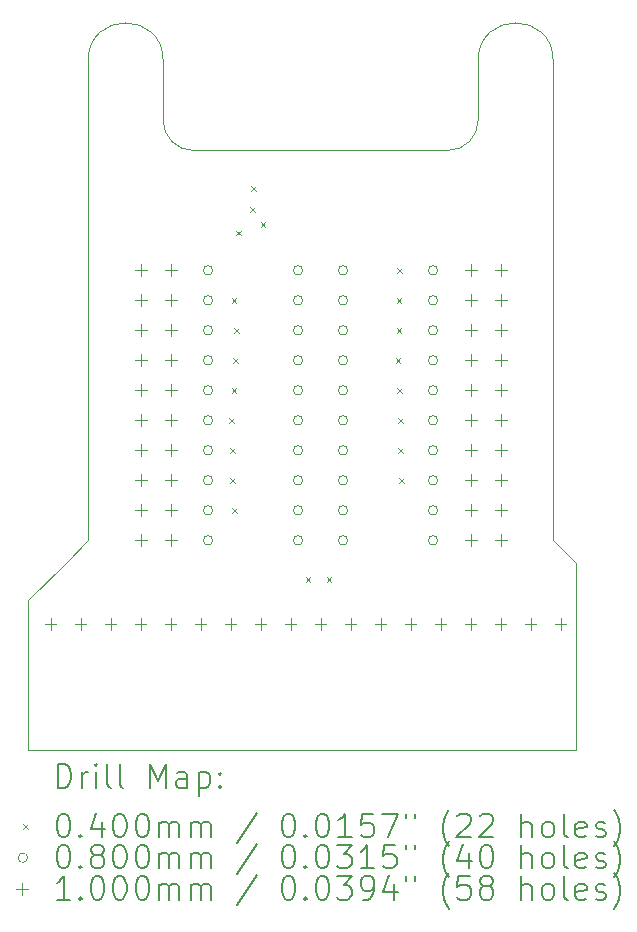
<source format=gbr>
%FSLAX45Y45*%
G04 Gerber Fmt 4.5, Leading zero omitted, Abs format (unit mm)*
G04 Created by KiCad (PCBNEW (6.0.0)) date 2022-03-13 18:38:00*
%MOMM*%
%LPD*%
G01*
G04 APERTURE LIST*
%TA.AperFunction,Profile*%
%ADD10C,0.100000*%
%TD*%
%ADD11C,0.200000*%
%ADD12C,0.040000*%
%ADD13C,0.080000*%
%ADD14C,0.100000*%
G04 APERTURE END LIST*
D10*
X13906500Y-11176000D02*
X14097000Y-11366500D01*
X13906500Y-7112000D02*
G75*
G03*
X13271500Y-7112000I-317500J0D01*
G01*
X13017500Y-7874000D02*
G75*
G03*
X13271500Y-7620000I0J254000D01*
G01*
X9461500Y-11684000D02*
X9461500Y-12954000D01*
X10604500Y-7620000D02*
G75*
G03*
X10858500Y-7874000I254000J0D01*
G01*
X9969500Y-11176000D02*
X9779000Y-11366500D01*
X13271500Y-7620000D02*
X13271500Y-7112000D01*
X9779000Y-11366500D02*
X9461500Y-11684000D01*
X10604500Y-7112000D02*
G75*
G03*
X9969500Y-7112000I-317500J0D01*
G01*
X14097000Y-12954000D02*
X14097000Y-11366500D01*
X13906500Y-11176000D02*
X13906500Y-7112000D01*
X9969500Y-7112000D02*
X9969500Y-11176000D01*
X10604500Y-7620000D02*
X10604500Y-7112000D01*
X9461500Y-12954000D02*
X14097000Y-12954000D01*
X13017500Y-7874000D02*
X10858500Y-7874000D01*
D11*
D12*
X11163620Y-10140000D02*
X11203620Y-10180000D01*
X11203620Y-10140000D02*
X11163620Y-10180000D01*
X11168700Y-10648000D02*
X11208700Y-10688000D01*
X11208700Y-10648000D02*
X11168700Y-10688000D01*
X11173780Y-10394000D02*
X11213780Y-10434000D01*
X11213780Y-10394000D02*
X11173780Y-10434000D01*
X11183940Y-9124000D02*
X11223940Y-9164000D01*
X11223940Y-9124000D02*
X11183940Y-9164000D01*
X11183940Y-9886000D02*
X11223940Y-9926000D01*
X11223940Y-9886000D02*
X11183940Y-9926000D01*
X11186480Y-10902000D02*
X11226480Y-10942000D01*
X11226480Y-10902000D02*
X11186480Y-10942000D01*
X11196640Y-9632000D02*
X11236640Y-9672000D01*
X11236640Y-9632000D02*
X11196640Y-9672000D01*
X11204260Y-9378000D02*
X11244260Y-9418000D01*
X11244260Y-9378000D02*
X11204260Y-9418000D01*
X11219500Y-8552500D02*
X11259500Y-8592500D01*
X11259500Y-8552500D02*
X11219500Y-8592500D01*
X11343960Y-8351840D02*
X11383960Y-8391840D01*
X11383960Y-8351840D02*
X11343960Y-8391840D01*
X11351580Y-8176580D02*
X11391580Y-8216580D01*
X11391580Y-8176580D02*
X11351580Y-8216580D01*
X11429111Y-8480049D02*
X11469111Y-8520049D01*
X11469111Y-8480049D02*
X11429111Y-8520049D01*
X11811320Y-11488740D02*
X11851320Y-11528740D01*
X11851320Y-11488740D02*
X11811320Y-11528740D01*
X11989120Y-11488740D02*
X12029120Y-11528740D01*
X12029120Y-11488740D02*
X11989120Y-11528740D01*
X12573320Y-9632000D02*
X12613320Y-9672000D01*
X12613320Y-9632000D02*
X12573320Y-9672000D01*
X12580940Y-9124000D02*
X12620940Y-9164000D01*
X12620940Y-9124000D02*
X12580940Y-9164000D01*
X12580940Y-9378000D02*
X12620940Y-9418000D01*
X12620940Y-9378000D02*
X12580940Y-9418000D01*
X12586020Y-9886000D02*
X12626020Y-9926000D01*
X12626020Y-9886000D02*
X12586020Y-9926000D01*
X12588560Y-8870000D02*
X12628560Y-8910000D01*
X12628560Y-8870000D02*
X12588560Y-8910000D01*
X12593640Y-10140000D02*
X12633640Y-10180000D01*
X12633640Y-10140000D02*
X12593640Y-10180000D01*
X12593640Y-10394000D02*
X12633640Y-10434000D01*
X12633640Y-10394000D02*
X12593640Y-10434000D01*
X12603800Y-10648000D02*
X12643800Y-10688000D01*
X12643800Y-10648000D02*
X12603800Y-10688000D01*
D13*
X11024500Y-8889500D02*
G75*
G03*
X11024500Y-8889500I-40000J0D01*
G01*
X11024500Y-9143500D02*
G75*
G03*
X11024500Y-9143500I-40000J0D01*
G01*
X11024500Y-9397500D02*
G75*
G03*
X11024500Y-9397500I-40000J0D01*
G01*
X11024500Y-9651500D02*
G75*
G03*
X11024500Y-9651500I-40000J0D01*
G01*
X11024500Y-9905500D02*
G75*
G03*
X11024500Y-9905500I-40000J0D01*
G01*
X11024500Y-10159500D02*
G75*
G03*
X11024500Y-10159500I-40000J0D01*
G01*
X11024500Y-10413500D02*
G75*
G03*
X11024500Y-10413500I-40000J0D01*
G01*
X11024500Y-10667500D02*
G75*
G03*
X11024500Y-10667500I-40000J0D01*
G01*
X11024500Y-10921500D02*
G75*
G03*
X11024500Y-10921500I-40000J0D01*
G01*
X11024500Y-11175500D02*
G75*
G03*
X11024500Y-11175500I-40000J0D01*
G01*
X11786500Y-8889500D02*
G75*
G03*
X11786500Y-8889500I-40000J0D01*
G01*
X11786500Y-9143500D02*
G75*
G03*
X11786500Y-9143500I-40000J0D01*
G01*
X11786500Y-9397500D02*
G75*
G03*
X11786500Y-9397500I-40000J0D01*
G01*
X11786500Y-9651500D02*
G75*
G03*
X11786500Y-9651500I-40000J0D01*
G01*
X11786500Y-9905500D02*
G75*
G03*
X11786500Y-9905500I-40000J0D01*
G01*
X11786500Y-10159500D02*
G75*
G03*
X11786500Y-10159500I-40000J0D01*
G01*
X11786500Y-10413500D02*
G75*
G03*
X11786500Y-10413500I-40000J0D01*
G01*
X11786500Y-10667500D02*
G75*
G03*
X11786500Y-10667500I-40000J0D01*
G01*
X11786500Y-10921500D02*
G75*
G03*
X11786500Y-10921500I-40000J0D01*
G01*
X11786500Y-11175500D02*
G75*
G03*
X11786500Y-11175500I-40000J0D01*
G01*
X12167500Y-8889500D02*
G75*
G03*
X12167500Y-8889500I-40000J0D01*
G01*
X12167500Y-9143500D02*
G75*
G03*
X12167500Y-9143500I-40000J0D01*
G01*
X12167500Y-9397500D02*
G75*
G03*
X12167500Y-9397500I-40000J0D01*
G01*
X12167500Y-9651500D02*
G75*
G03*
X12167500Y-9651500I-40000J0D01*
G01*
X12167500Y-9905500D02*
G75*
G03*
X12167500Y-9905500I-40000J0D01*
G01*
X12167500Y-10159500D02*
G75*
G03*
X12167500Y-10159500I-40000J0D01*
G01*
X12167500Y-10413500D02*
G75*
G03*
X12167500Y-10413500I-40000J0D01*
G01*
X12167500Y-10667500D02*
G75*
G03*
X12167500Y-10667500I-40000J0D01*
G01*
X12167500Y-10921500D02*
G75*
G03*
X12167500Y-10921500I-40000J0D01*
G01*
X12167500Y-11175500D02*
G75*
G03*
X12167500Y-11175500I-40000J0D01*
G01*
X12929500Y-8889500D02*
G75*
G03*
X12929500Y-8889500I-40000J0D01*
G01*
X12929500Y-9143500D02*
G75*
G03*
X12929500Y-9143500I-40000J0D01*
G01*
X12929500Y-9397500D02*
G75*
G03*
X12929500Y-9397500I-40000J0D01*
G01*
X12929500Y-9651500D02*
G75*
G03*
X12929500Y-9651500I-40000J0D01*
G01*
X12929500Y-9905500D02*
G75*
G03*
X12929500Y-9905500I-40000J0D01*
G01*
X12929500Y-10159500D02*
G75*
G03*
X12929500Y-10159500I-40000J0D01*
G01*
X12929500Y-10413500D02*
G75*
G03*
X12929500Y-10413500I-40000J0D01*
G01*
X12929500Y-10667500D02*
G75*
G03*
X12929500Y-10667500I-40000J0D01*
G01*
X12929500Y-10921500D02*
G75*
G03*
X12929500Y-10921500I-40000J0D01*
G01*
X12929500Y-11175500D02*
G75*
G03*
X12929500Y-11175500I-40000J0D01*
G01*
D14*
X9651000Y-11831500D02*
X9651000Y-11931500D01*
X9601000Y-11881500D02*
X9701000Y-11881500D01*
X9905000Y-11831500D02*
X9905000Y-11931500D01*
X9855000Y-11881500D02*
X9955000Y-11881500D01*
X10159000Y-11831500D02*
X10159000Y-11931500D01*
X10109000Y-11881500D02*
X10209000Y-11881500D01*
X10413000Y-11831500D02*
X10413000Y-11931500D01*
X10363000Y-11881500D02*
X10463000Y-11881500D01*
X10414000Y-8840000D02*
X10414000Y-8940000D01*
X10364000Y-8890000D02*
X10464000Y-8890000D01*
X10414000Y-9094000D02*
X10414000Y-9194000D01*
X10364000Y-9144000D02*
X10464000Y-9144000D01*
X10414000Y-9348000D02*
X10414000Y-9448000D01*
X10364000Y-9398000D02*
X10464000Y-9398000D01*
X10414000Y-9602000D02*
X10414000Y-9702000D01*
X10364000Y-9652000D02*
X10464000Y-9652000D01*
X10414000Y-9856000D02*
X10414000Y-9956000D01*
X10364000Y-9906000D02*
X10464000Y-9906000D01*
X10414000Y-10110000D02*
X10414000Y-10210000D01*
X10364000Y-10160000D02*
X10464000Y-10160000D01*
X10414000Y-10364000D02*
X10414000Y-10464000D01*
X10364000Y-10414000D02*
X10464000Y-10414000D01*
X10414000Y-10618000D02*
X10414000Y-10718000D01*
X10364000Y-10668000D02*
X10464000Y-10668000D01*
X10414000Y-10872000D02*
X10414000Y-10972000D01*
X10364000Y-10922000D02*
X10464000Y-10922000D01*
X10414000Y-11126000D02*
X10414000Y-11226000D01*
X10364000Y-11176000D02*
X10464000Y-11176000D01*
X10667000Y-11831500D02*
X10667000Y-11931500D01*
X10617000Y-11881500D02*
X10717000Y-11881500D01*
X10668000Y-8840000D02*
X10668000Y-8940000D01*
X10618000Y-8890000D02*
X10718000Y-8890000D01*
X10668000Y-9094000D02*
X10668000Y-9194000D01*
X10618000Y-9144000D02*
X10718000Y-9144000D01*
X10668000Y-9348000D02*
X10668000Y-9448000D01*
X10618000Y-9398000D02*
X10718000Y-9398000D01*
X10668000Y-9602000D02*
X10668000Y-9702000D01*
X10618000Y-9652000D02*
X10718000Y-9652000D01*
X10668000Y-9856000D02*
X10668000Y-9956000D01*
X10618000Y-9906000D02*
X10718000Y-9906000D01*
X10668000Y-10110000D02*
X10668000Y-10210000D01*
X10618000Y-10160000D02*
X10718000Y-10160000D01*
X10668000Y-10364000D02*
X10668000Y-10464000D01*
X10618000Y-10414000D02*
X10718000Y-10414000D01*
X10668000Y-10618000D02*
X10668000Y-10718000D01*
X10618000Y-10668000D02*
X10718000Y-10668000D01*
X10668000Y-10872000D02*
X10668000Y-10972000D01*
X10618000Y-10922000D02*
X10718000Y-10922000D01*
X10668000Y-11126000D02*
X10668000Y-11226000D01*
X10618000Y-11176000D02*
X10718000Y-11176000D01*
X10921000Y-11831500D02*
X10921000Y-11931500D01*
X10871000Y-11881500D02*
X10971000Y-11881500D01*
X11175000Y-11831500D02*
X11175000Y-11931500D01*
X11125000Y-11881500D02*
X11225000Y-11881500D01*
X11429000Y-11831500D02*
X11429000Y-11931500D01*
X11379000Y-11881500D02*
X11479000Y-11881500D01*
X11683000Y-11831500D02*
X11683000Y-11931500D01*
X11633000Y-11881500D02*
X11733000Y-11881500D01*
X11937000Y-11831500D02*
X11937000Y-11931500D01*
X11887000Y-11881500D02*
X11987000Y-11881500D01*
X12191000Y-11831500D02*
X12191000Y-11931500D01*
X12141000Y-11881500D02*
X12241000Y-11881500D01*
X12445000Y-11831500D02*
X12445000Y-11931500D01*
X12395000Y-11881500D02*
X12495000Y-11881500D01*
X12699000Y-11831500D02*
X12699000Y-11931500D01*
X12649000Y-11881500D02*
X12749000Y-11881500D01*
X12953000Y-11831500D02*
X12953000Y-11931500D01*
X12903000Y-11881500D02*
X13003000Y-11881500D01*
X13207000Y-11831500D02*
X13207000Y-11931500D01*
X13157000Y-11881500D02*
X13257000Y-11881500D01*
X13208000Y-8840000D02*
X13208000Y-8940000D01*
X13158000Y-8890000D02*
X13258000Y-8890000D01*
X13208000Y-9094000D02*
X13208000Y-9194000D01*
X13158000Y-9144000D02*
X13258000Y-9144000D01*
X13208000Y-9348000D02*
X13208000Y-9448000D01*
X13158000Y-9398000D02*
X13258000Y-9398000D01*
X13208000Y-9602000D02*
X13208000Y-9702000D01*
X13158000Y-9652000D02*
X13258000Y-9652000D01*
X13208000Y-9856000D02*
X13208000Y-9956000D01*
X13158000Y-9906000D02*
X13258000Y-9906000D01*
X13208000Y-10110000D02*
X13208000Y-10210000D01*
X13158000Y-10160000D02*
X13258000Y-10160000D01*
X13208000Y-10364000D02*
X13208000Y-10464000D01*
X13158000Y-10414000D02*
X13258000Y-10414000D01*
X13208000Y-10618000D02*
X13208000Y-10718000D01*
X13158000Y-10668000D02*
X13258000Y-10668000D01*
X13208000Y-10872000D02*
X13208000Y-10972000D01*
X13158000Y-10922000D02*
X13258000Y-10922000D01*
X13208000Y-11126000D02*
X13208000Y-11226000D01*
X13158000Y-11176000D02*
X13258000Y-11176000D01*
X13461000Y-11831500D02*
X13461000Y-11931500D01*
X13411000Y-11881500D02*
X13511000Y-11881500D01*
X13462000Y-8840000D02*
X13462000Y-8940000D01*
X13412000Y-8890000D02*
X13512000Y-8890000D01*
X13462000Y-9094000D02*
X13462000Y-9194000D01*
X13412000Y-9144000D02*
X13512000Y-9144000D01*
X13462000Y-9348000D02*
X13462000Y-9448000D01*
X13412000Y-9398000D02*
X13512000Y-9398000D01*
X13462000Y-9602000D02*
X13462000Y-9702000D01*
X13412000Y-9652000D02*
X13512000Y-9652000D01*
X13462000Y-9856000D02*
X13462000Y-9956000D01*
X13412000Y-9906000D02*
X13512000Y-9906000D01*
X13462000Y-10110000D02*
X13462000Y-10210000D01*
X13412000Y-10160000D02*
X13512000Y-10160000D01*
X13462000Y-10364000D02*
X13462000Y-10464000D01*
X13412000Y-10414000D02*
X13512000Y-10414000D01*
X13462000Y-10618000D02*
X13462000Y-10718000D01*
X13412000Y-10668000D02*
X13512000Y-10668000D01*
X13462000Y-10872000D02*
X13462000Y-10972000D01*
X13412000Y-10922000D02*
X13512000Y-10922000D01*
X13462000Y-11126000D02*
X13462000Y-11226000D01*
X13412000Y-11176000D02*
X13512000Y-11176000D01*
X13715000Y-11831500D02*
X13715000Y-11931500D01*
X13665000Y-11881500D02*
X13765000Y-11881500D01*
X13969000Y-11831500D02*
X13969000Y-11931500D01*
X13919000Y-11881500D02*
X14019000Y-11881500D01*
D11*
X9714119Y-13269476D02*
X9714119Y-13069476D01*
X9761738Y-13069476D01*
X9790310Y-13079000D01*
X9809357Y-13098048D01*
X9818881Y-13117095D01*
X9828405Y-13155190D01*
X9828405Y-13183762D01*
X9818881Y-13221857D01*
X9809357Y-13240905D01*
X9790310Y-13259952D01*
X9761738Y-13269476D01*
X9714119Y-13269476D01*
X9914119Y-13269476D02*
X9914119Y-13136143D01*
X9914119Y-13174238D02*
X9923643Y-13155190D01*
X9933167Y-13145667D01*
X9952214Y-13136143D01*
X9971262Y-13136143D01*
X10037929Y-13269476D02*
X10037929Y-13136143D01*
X10037929Y-13069476D02*
X10028405Y-13079000D01*
X10037929Y-13088524D01*
X10047452Y-13079000D01*
X10037929Y-13069476D01*
X10037929Y-13088524D01*
X10161738Y-13269476D02*
X10142690Y-13259952D01*
X10133167Y-13240905D01*
X10133167Y-13069476D01*
X10266500Y-13269476D02*
X10247452Y-13259952D01*
X10237929Y-13240905D01*
X10237929Y-13069476D01*
X10495071Y-13269476D02*
X10495071Y-13069476D01*
X10561738Y-13212333D01*
X10628405Y-13069476D01*
X10628405Y-13269476D01*
X10809357Y-13269476D02*
X10809357Y-13164714D01*
X10799833Y-13145667D01*
X10780786Y-13136143D01*
X10742690Y-13136143D01*
X10723643Y-13145667D01*
X10809357Y-13259952D02*
X10790310Y-13269476D01*
X10742690Y-13269476D01*
X10723643Y-13259952D01*
X10714119Y-13240905D01*
X10714119Y-13221857D01*
X10723643Y-13202809D01*
X10742690Y-13193286D01*
X10790310Y-13193286D01*
X10809357Y-13183762D01*
X10904595Y-13136143D02*
X10904595Y-13336143D01*
X10904595Y-13145667D02*
X10923643Y-13136143D01*
X10961738Y-13136143D01*
X10980786Y-13145667D01*
X10990310Y-13155190D01*
X10999833Y-13174238D01*
X10999833Y-13231381D01*
X10990310Y-13250428D01*
X10980786Y-13259952D01*
X10961738Y-13269476D01*
X10923643Y-13269476D01*
X10904595Y-13259952D01*
X11085548Y-13250428D02*
X11095071Y-13259952D01*
X11085548Y-13269476D01*
X11076024Y-13259952D01*
X11085548Y-13250428D01*
X11085548Y-13269476D01*
X11085548Y-13145667D02*
X11095071Y-13155190D01*
X11085548Y-13164714D01*
X11076024Y-13155190D01*
X11085548Y-13145667D01*
X11085548Y-13164714D01*
D12*
X9416500Y-13579000D02*
X9456500Y-13619000D01*
X9456500Y-13579000D02*
X9416500Y-13619000D01*
D11*
X9752214Y-13489476D02*
X9771262Y-13489476D01*
X9790310Y-13499000D01*
X9799833Y-13508524D01*
X9809357Y-13527571D01*
X9818881Y-13565667D01*
X9818881Y-13613286D01*
X9809357Y-13651381D01*
X9799833Y-13670428D01*
X9790310Y-13679952D01*
X9771262Y-13689476D01*
X9752214Y-13689476D01*
X9733167Y-13679952D01*
X9723643Y-13670428D01*
X9714119Y-13651381D01*
X9704595Y-13613286D01*
X9704595Y-13565667D01*
X9714119Y-13527571D01*
X9723643Y-13508524D01*
X9733167Y-13499000D01*
X9752214Y-13489476D01*
X9904595Y-13670428D02*
X9914119Y-13679952D01*
X9904595Y-13689476D01*
X9895071Y-13679952D01*
X9904595Y-13670428D01*
X9904595Y-13689476D01*
X10085548Y-13556143D02*
X10085548Y-13689476D01*
X10037929Y-13479952D02*
X9990310Y-13622809D01*
X10114119Y-13622809D01*
X10228405Y-13489476D02*
X10247452Y-13489476D01*
X10266500Y-13499000D01*
X10276024Y-13508524D01*
X10285548Y-13527571D01*
X10295071Y-13565667D01*
X10295071Y-13613286D01*
X10285548Y-13651381D01*
X10276024Y-13670428D01*
X10266500Y-13679952D01*
X10247452Y-13689476D01*
X10228405Y-13689476D01*
X10209357Y-13679952D01*
X10199833Y-13670428D01*
X10190310Y-13651381D01*
X10180786Y-13613286D01*
X10180786Y-13565667D01*
X10190310Y-13527571D01*
X10199833Y-13508524D01*
X10209357Y-13499000D01*
X10228405Y-13489476D01*
X10418881Y-13489476D02*
X10437929Y-13489476D01*
X10456976Y-13499000D01*
X10466500Y-13508524D01*
X10476024Y-13527571D01*
X10485548Y-13565667D01*
X10485548Y-13613286D01*
X10476024Y-13651381D01*
X10466500Y-13670428D01*
X10456976Y-13679952D01*
X10437929Y-13689476D01*
X10418881Y-13689476D01*
X10399833Y-13679952D01*
X10390310Y-13670428D01*
X10380786Y-13651381D01*
X10371262Y-13613286D01*
X10371262Y-13565667D01*
X10380786Y-13527571D01*
X10390310Y-13508524D01*
X10399833Y-13499000D01*
X10418881Y-13489476D01*
X10571262Y-13689476D02*
X10571262Y-13556143D01*
X10571262Y-13575190D02*
X10580786Y-13565667D01*
X10599833Y-13556143D01*
X10628405Y-13556143D01*
X10647452Y-13565667D01*
X10656976Y-13584714D01*
X10656976Y-13689476D01*
X10656976Y-13584714D02*
X10666500Y-13565667D01*
X10685548Y-13556143D01*
X10714119Y-13556143D01*
X10733167Y-13565667D01*
X10742690Y-13584714D01*
X10742690Y-13689476D01*
X10837929Y-13689476D02*
X10837929Y-13556143D01*
X10837929Y-13575190D02*
X10847452Y-13565667D01*
X10866500Y-13556143D01*
X10895071Y-13556143D01*
X10914119Y-13565667D01*
X10923643Y-13584714D01*
X10923643Y-13689476D01*
X10923643Y-13584714D02*
X10933167Y-13565667D01*
X10952214Y-13556143D01*
X10980786Y-13556143D01*
X10999833Y-13565667D01*
X11009357Y-13584714D01*
X11009357Y-13689476D01*
X11399833Y-13479952D02*
X11228405Y-13737095D01*
X11656976Y-13489476D02*
X11676024Y-13489476D01*
X11695071Y-13499000D01*
X11704595Y-13508524D01*
X11714119Y-13527571D01*
X11723643Y-13565667D01*
X11723643Y-13613286D01*
X11714119Y-13651381D01*
X11704595Y-13670428D01*
X11695071Y-13679952D01*
X11676024Y-13689476D01*
X11656976Y-13689476D01*
X11637928Y-13679952D01*
X11628405Y-13670428D01*
X11618881Y-13651381D01*
X11609357Y-13613286D01*
X11609357Y-13565667D01*
X11618881Y-13527571D01*
X11628405Y-13508524D01*
X11637928Y-13499000D01*
X11656976Y-13489476D01*
X11809357Y-13670428D02*
X11818881Y-13679952D01*
X11809357Y-13689476D01*
X11799833Y-13679952D01*
X11809357Y-13670428D01*
X11809357Y-13689476D01*
X11942690Y-13489476D02*
X11961738Y-13489476D01*
X11980786Y-13499000D01*
X11990309Y-13508524D01*
X11999833Y-13527571D01*
X12009357Y-13565667D01*
X12009357Y-13613286D01*
X11999833Y-13651381D01*
X11990309Y-13670428D01*
X11980786Y-13679952D01*
X11961738Y-13689476D01*
X11942690Y-13689476D01*
X11923643Y-13679952D01*
X11914119Y-13670428D01*
X11904595Y-13651381D01*
X11895071Y-13613286D01*
X11895071Y-13565667D01*
X11904595Y-13527571D01*
X11914119Y-13508524D01*
X11923643Y-13499000D01*
X11942690Y-13489476D01*
X12199833Y-13689476D02*
X12085548Y-13689476D01*
X12142690Y-13689476D02*
X12142690Y-13489476D01*
X12123643Y-13518048D01*
X12104595Y-13537095D01*
X12085548Y-13546619D01*
X12380786Y-13489476D02*
X12285548Y-13489476D01*
X12276024Y-13584714D01*
X12285548Y-13575190D01*
X12304595Y-13565667D01*
X12352214Y-13565667D01*
X12371262Y-13575190D01*
X12380786Y-13584714D01*
X12390309Y-13603762D01*
X12390309Y-13651381D01*
X12380786Y-13670428D01*
X12371262Y-13679952D01*
X12352214Y-13689476D01*
X12304595Y-13689476D01*
X12285548Y-13679952D01*
X12276024Y-13670428D01*
X12456976Y-13489476D02*
X12590309Y-13489476D01*
X12504595Y-13689476D01*
X12656976Y-13489476D02*
X12656976Y-13527571D01*
X12733167Y-13489476D02*
X12733167Y-13527571D01*
X13028405Y-13765667D02*
X13018881Y-13756143D01*
X12999833Y-13727571D01*
X12990309Y-13708524D01*
X12980786Y-13679952D01*
X12971262Y-13632333D01*
X12971262Y-13594238D01*
X12980786Y-13546619D01*
X12990309Y-13518048D01*
X12999833Y-13499000D01*
X13018881Y-13470428D01*
X13028405Y-13460905D01*
X13095071Y-13508524D02*
X13104595Y-13499000D01*
X13123643Y-13489476D01*
X13171262Y-13489476D01*
X13190309Y-13499000D01*
X13199833Y-13508524D01*
X13209357Y-13527571D01*
X13209357Y-13546619D01*
X13199833Y-13575190D01*
X13085548Y-13689476D01*
X13209357Y-13689476D01*
X13285548Y-13508524D02*
X13295071Y-13499000D01*
X13314119Y-13489476D01*
X13361738Y-13489476D01*
X13380786Y-13499000D01*
X13390309Y-13508524D01*
X13399833Y-13527571D01*
X13399833Y-13546619D01*
X13390309Y-13575190D01*
X13276024Y-13689476D01*
X13399833Y-13689476D01*
X13637928Y-13689476D02*
X13637928Y-13489476D01*
X13723643Y-13689476D02*
X13723643Y-13584714D01*
X13714119Y-13565667D01*
X13695071Y-13556143D01*
X13666500Y-13556143D01*
X13647452Y-13565667D01*
X13637928Y-13575190D01*
X13847452Y-13689476D02*
X13828405Y-13679952D01*
X13818881Y-13670428D01*
X13809357Y-13651381D01*
X13809357Y-13594238D01*
X13818881Y-13575190D01*
X13828405Y-13565667D01*
X13847452Y-13556143D01*
X13876024Y-13556143D01*
X13895071Y-13565667D01*
X13904595Y-13575190D01*
X13914119Y-13594238D01*
X13914119Y-13651381D01*
X13904595Y-13670428D01*
X13895071Y-13679952D01*
X13876024Y-13689476D01*
X13847452Y-13689476D01*
X14028405Y-13689476D02*
X14009357Y-13679952D01*
X13999833Y-13660905D01*
X13999833Y-13489476D01*
X14180786Y-13679952D02*
X14161738Y-13689476D01*
X14123643Y-13689476D01*
X14104595Y-13679952D01*
X14095071Y-13660905D01*
X14095071Y-13584714D01*
X14104595Y-13565667D01*
X14123643Y-13556143D01*
X14161738Y-13556143D01*
X14180786Y-13565667D01*
X14190309Y-13584714D01*
X14190309Y-13603762D01*
X14095071Y-13622809D01*
X14266500Y-13679952D02*
X14285548Y-13689476D01*
X14323643Y-13689476D01*
X14342690Y-13679952D01*
X14352214Y-13660905D01*
X14352214Y-13651381D01*
X14342690Y-13632333D01*
X14323643Y-13622809D01*
X14295071Y-13622809D01*
X14276024Y-13613286D01*
X14266500Y-13594238D01*
X14266500Y-13584714D01*
X14276024Y-13565667D01*
X14295071Y-13556143D01*
X14323643Y-13556143D01*
X14342690Y-13565667D01*
X14418881Y-13765667D02*
X14428405Y-13756143D01*
X14447452Y-13727571D01*
X14456976Y-13708524D01*
X14466500Y-13679952D01*
X14476024Y-13632333D01*
X14476024Y-13594238D01*
X14466500Y-13546619D01*
X14456976Y-13518048D01*
X14447452Y-13499000D01*
X14428405Y-13470428D01*
X14418881Y-13460905D01*
D13*
X9456500Y-13863000D02*
G75*
G03*
X9456500Y-13863000I-40000J0D01*
G01*
D11*
X9752214Y-13753476D02*
X9771262Y-13753476D01*
X9790310Y-13763000D01*
X9799833Y-13772524D01*
X9809357Y-13791571D01*
X9818881Y-13829667D01*
X9818881Y-13877286D01*
X9809357Y-13915381D01*
X9799833Y-13934428D01*
X9790310Y-13943952D01*
X9771262Y-13953476D01*
X9752214Y-13953476D01*
X9733167Y-13943952D01*
X9723643Y-13934428D01*
X9714119Y-13915381D01*
X9704595Y-13877286D01*
X9704595Y-13829667D01*
X9714119Y-13791571D01*
X9723643Y-13772524D01*
X9733167Y-13763000D01*
X9752214Y-13753476D01*
X9904595Y-13934428D02*
X9914119Y-13943952D01*
X9904595Y-13953476D01*
X9895071Y-13943952D01*
X9904595Y-13934428D01*
X9904595Y-13953476D01*
X10028405Y-13839190D02*
X10009357Y-13829667D01*
X9999833Y-13820143D01*
X9990310Y-13801095D01*
X9990310Y-13791571D01*
X9999833Y-13772524D01*
X10009357Y-13763000D01*
X10028405Y-13753476D01*
X10066500Y-13753476D01*
X10085548Y-13763000D01*
X10095071Y-13772524D01*
X10104595Y-13791571D01*
X10104595Y-13801095D01*
X10095071Y-13820143D01*
X10085548Y-13829667D01*
X10066500Y-13839190D01*
X10028405Y-13839190D01*
X10009357Y-13848714D01*
X9999833Y-13858238D01*
X9990310Y-13877286D01*
X9990310Y-13915381D01*
X9999833Y-13934428D01*
X10009357Y-13943952D01*
X10028405Y-13953476D01*
X10066500Y-13953476D01*
X10085548Y-13943952D01*
X10095071Y-13934428D01*
X10104595Y-13915381D01*
X10104595Y-13877286D01*
X10095071Y-13858238D01*
X10085548Y-13848714D01*
X10066500Y-13839190D01*
X10228405Y-13753476D02*
X10247452Y-13753476D01*
X10266500Y-13763000D01*
X10276024Y-13772524D01*
X10285548Y-13791571D01*
X10295071Y-13829667D01*
X10295071Y-13877286D01*
X10285548Y-13915381D01*
X10276024Y-13934428D01*
X10266500Y-13943952D01*
X10247452Y-13953476D01*
X10228405Y-13953476D01*
X10209357Y-13943952D01*
X10199833Y-13934428D01*
X10190310Y-13915381D01*
X10180786Y-13877286D01*
X10180786Y-13829667D01*
X10190310Y-13791571D01*
X10199833Y-13772524D01*
X10209357Y-13763000D01*
X10228405Y-13753476D01*
X10418881Y-13753476D02*
X10437929Y-13753476D01*
X10456976Y-13763000D01*
X10466500Y-13772524D01*
X10476024Y-13791571D01*
X10485548Y-13829667D01*
X10485548Y-13877286D01*
X10476024Y-13915381D01*
X10466500Y-13934428D01*
X10456976Y-13943952D01*
X10437929Y-13953476D01*
X10418881Y-13953476D01*
X10399833Y-13943952D01*
X10390310Y-13934428D01*
X10380786Y-13915381D01*
X10371262Y-13877286D01*
X10371262Y-13829667D01*
X10380786Y-13791571D01*
X10390310Y-13772524D01*
X10399833Y-13763000D01*
X10418881Y-13753476D01*
X10571262Y-13953476D02*
X10571262Y-13820143D01*
X10571262Y-13839190D02*
X10580786Y-13829667D01*
X10599833Y-13820143D01*
X10628405Y-13820143D01*
X10647452Y-13829667D01*
X10656976Y-13848714D01*
X10656976Y-13953476D01*
X10656976Y-13848714D02*
X10666500Y-13829667D01*
X10685548Y-13820143D01*
X10714119Y-13820143D01*
X10733167Y-13829667D01*
X10742690Y-13848714D01*
X10742690Y-13953476D01*
X10837929Y-13953476D02*
X10837929Y-13820143D01*
X10837929Y-13839190D02*
X10847452Y-13829667D01*
X10866500Y-13820143D01*
X10895071Y-13820143D01*
X10914119Y-13829667D01*
X10923643Y-13848714D01*
X10923643Y-13953476D01*
X10923643Y-13848714D02*
X10933167Y-13829667D01*
X10952214Y-13820143D01*
X10980786Y-13820143D01*
X10999833Y-13829667D01*
X11009357Y-13848714D01*
X11009357Y-13953476D01*
X11399833Y-13743952D02*
X11228405Y-14001095D01*
X11656976Y-13753476D02*
X11676024Y-13753476D01*
X11695071Y-13763000D01*
X11704595Y-13772524D01*
X11714119Y-13791571D01*
X11723643Y-13829667D01*
X11723643Y-13877286D01*
X11714119Y-13915381D01*
X11704595Y-13934428D01*
X11695071Y-13943952D01*
X11676024Y-13953476D01*
X11656976Y-13953476D01*
X11637928Y-13943952D01*
X11628405Y-13934428D01*
X11618881Y-13915381D01*
X11609357Y-13877286D01*
X11609357Y-13829667D01*
X11618881Y-13791571D01*
X11628405Y-13772524D01*
X11637928Y-13763000D01*
X11656976Y-13753476D01*
X11809357Y-13934428D02*
X11818881Y-13943952D01*
X11809357Y-13953476D01*
X11799833Y-13943952D01*
X11809357Y-13934428D01*
X11809357Y-13953476D01*
X11942690Y-13753476D02*
X11961738Y-13753476D01*
X11980786Y-13763000D01*
X11990309Y-13772524D01*
X11999833Y-13791571D01*
X12009357Y-13829667D01*
X12009357Y-13877286D01*
X11999833Y-13915381D01*
X11990309Y-13934428D01*
X11980786Y-13943952D01*
X11961738Y-13953476D01*
X11942690Y-13953476D01*
X11923643Y-13943952D01*
X11914119Y-13934428D01*
X11904595Y-13915381D01*
X11895071Y-13877286D01*
X11895071Y-13829667D01*
X11904595Y-13791571D01*
X11914119Y-13772524D01*
X11923643Y-13763000D01*
X11942690Y-13753476D01*
X12076024Y-13753476D02*
X12199833Y-13753476D01*
X12133167Y-13829667D01*
X12161738Y-13829667D01*
X12180786Y-13839190D01*
X12190309Y-13848714D01*
X12199833Y-13867762D01*
X12199833Y-13915381D01*
X12190309Y-13934428D01*
X12180786Y-13943952D01*
X12161738Y-13953476D01*
X12104595Y-13953476D01*
X12085548Y-13943952D01*
X12076024Y-13934428D01*
X12390309Y-13953476D02*
X12276024Y-13953476D01*
X12333167Y-13953476D02*
X12333167Y-13753476D01*
X12314119Y-13782048D01*
X12295071Y-13801095D01*
X12276024Y-13810619D01*
X12571262Y-13753476D02*
X12476024Y-13753476D01*
X12466500Y-13848714D01*
X12476024Y-13839190D01*
X12495071Y-13829667D01*
X12542690Y-13829667D01*
X12561738Y-13839190D01*
X12571262Y-13848714D01*
X12580786Y-13867762D01*
X12580786Y-13915381D01*
X12571262Y-13934428D01*
X12561738Y-13943952D01*
X12542690Y-13953476D01*
X12495071Y-13953476D01*
X12476024Y-13943952D01*
X12466500Y-13934428D01*
X12656976Y-13753476D02*
X12656976Y-13791571D01*
X12733167Y-13753476D02*
X12733167Y-13791571D01*
X13028405Y-14029667D02*
X13018881Y-14020143D01*
X12999833Y-13991571D01*
X12990309Y-13972524D01*
X12980786Y-13943952D01*
X12971262Y-13896333D01*
X12971262Y-13858238D01*
X12980786Y-13810619D01*
X12990309Y-13782048D01*
X12999833Y-13763000D01*
X13018881Y-13734428D01*
X13028405Y-13724905D01*
X13190309Y-13820143D02*
X13190309Y-13953476D01*
X13142690Y-13743952D02*
X13095071Y-13886809D01*
X13218881Y-13886809D01*
X13333167Y-13753476D02*
X13352214Y-13753476D01*
X13371262Y-13763000D01*
X13380786Y-13772524D01*
X13390309Y-13791571D01*
X13399833Y-13829667D01*
X13399833Y-13877286D01*
X13390309Y-13915381D01*
X13380786Y-13934428D01*
X13371262Y-13943952D01*
X13352214Y-13953476D01*
X13333167Y-13953476D01*
X13314119Y-13943952D01*
X13304595Y-13934428D01*
X13295071Y-13915381D01*
X13285548Y-13877286D01*
X13285548Y-13829667D01*
X13295071Y-13791571D01*
X13304595Y-13772524D01*
X13314119Y-13763000D01*
X13333167Y-13753476D01*
X13637928Y-13953476D02*
X13637928Y-13753476D01*
X13723643Y-13953476D02*
X13723643Y-13848714D01*
X13714119Y-13829667D01*
X13695071Y-13820143D01*
X13666500Y-13820143D01*
X13647452Y-13829667D01*
X13637928Y-13839190D01*
X13847452Y-13953476D02*
X13828405Y-13943952D01*
X13818881Y-13934428D01*
X13809357Y-13915381D01*
X13809357Y-13858238D01*
X13818881Y-13839190D01*
X13828405Y-13829667D01*
X13847452Y-13820143D01*
X13876024Y-13820143D01*
X13895071Y-13829667D01*
X13904595Y-13839190D01*
X13914119Y-13858238D01*
X13914119Y-13915381D01*
X13904595Y-13934428D01*
X13895071Y-13943952D01*
X13876024Y-13953476D01*
X13847452Y-13953476D01*
X14028405Y-13953476D02*
X14009357Y-13943952D01*
X13999833Y-13924905D01*
X13999833Y-13753476D01*
X14180786Y-13943952D02*
X14161738Y-13953476D01*
X14123643Y-13953476D01*
X14104595Y-13943952D01*
X14095071Y-13924905D01*
X14095071Y-13848714D01*
X14104595Y-13829667D01*
X14123643Y-13820143D01*
X14161738Y-13820143D01*
X14180786Y-13829667D01*
X14190309Y-13848714D01*
X14190309Y-13867762D01*
X14095071Y-13886809D01*
X14266500Y-13943952D02*
X14285548Y-13953476D01*
X14323643Y-13953476D01*
X14342690Y-13943952D01*
X14352214Y-13924905D01*
X14352214Y-13915381D01*
X14342690Y-13896333D01*
X14323643Y-13886809D01*
X14295071Y-13886809D01*
X14276024Y-13877286D01*
X14266500Y-13858238D01*
X14266500Y-13848714D01*
X14276024Y-13829667D01*
X14295071Y-13820143D01*
X14323643Y-13820143D01*
X14342690Y-13829667D01*
X14418881Y-14029667D02*
X14428405Y-14020143D01*
X14447452Y-13991571D01*
X14456976Y-13972524D01*
X14466500Y-13943952D01*
X14476024Y-13896333D01*
X14476024Y-13858238D01*
X14466500Y-13810619D01*
X14456976Y-13782048D01*
X14447452Y-13763000D01*
X14428405Y-13734428D01*
X14418881Y-13724905D01*
D14*
X9406500Y-14077000D02*
X9406500Y-14177000D01*
X9356500Y-14127000D02*
X9456500Y-14127000D01*
D11*
X9818881Y-14217476D02*
X9704595Y-14217476D01*
X9761738Y-14217476D02*
X9761738Y-14017476D01*
X9742690Y-14046048D01*
X9723643Y-14065095D01*
X9704595Y-14074619D01*
X9904595Y-14198428D02*
X9914119Y-14207952D01*
X9904595Y-14217476D01*
X9895071Y-14207952D01*
X9904595Y-14198428D01*
X9904595Y-14217476D01*
X10037929Y-14017476D02*
X10056976Y-14017476D01*
X10076024Y-14027000D01*
X10085548Y-14036524D01*
X10095071Y-14055571D01*
X10104595Y-14093667D01*
X10104595Y-14141286D01*
X10095071Y-14179381D01*
X10085548Y-14198428D01*
X10076024Y-14207952D01*
X10056976Y-14217476D01*
X10037929Y-14217476D01*
X10018881Y-14207952D01*
X10009357Y-14198428D01*
X9999833Y-14179381D01*
X9990310Y-14141286D01*
X9990310Y-14093667D01*
X9999833Y-14055571D01*
X10009357Y-14036524D01*
X10018881Y-14027000D01*
X10037929Y-14017476D01*
X10228405Y-14017476D02*
X10247452Y-14017476D01*
X10266500Y-14027000D01*
X10276024Y-14036524D01*
X10285548Y-14055571D01*
X10295071Y-14093667D01*
X10295071Y-14141286D01*
X10285548Y-14179381D01*
X10276024Y-14198428D01*
X10266500Y-14207952D01*
X10247452Y-14217476D01*
X10228405Y-14217476D01*
X10209357Y-14207952D01*
X10199833Y-14198428D01*
X10190310Y-14179381D01*
X10180786Y-14141286D01*
X10180786Y-14093667D01*
X10190310Y-14055571D01*
X10199833Y-14036524D01*
X10209357Y-14027000D01*
X10228405Y-14017476D01*
X10418881Y-14017476D02*
X10437929Y-14017476D01*
X10456976Y-14027000D01*
X10466500Y-14036524D01*
X10476024Y-14055571D01*
X10485548Y-14093667D01*
X10485548Y-14141286D01*
X10476024Y-14179381D01*
X10466500Y-14198428D01*
X10456976Y-14207952D01*
X10437929Y-14217476D01*
X10418881Y-14217476D01*
X10399833Y-14207952D01*
X10390310Y-14198428D01*
X10380786Y-14179381D01*
X10371262Y-14141286D01*
X10371262Y-14093667D01*
X10380786Y-14055571D01*
X10390310Y-14036524D01*
X10399833Y-14027000D01*
X10418881Y-14017476D01*
X10571262Y-14217476D02*
X10571262Y-14084143D01*
X10571262Y-14103190D02*
X10580786Y-14093667D01*
X10599833Y-14084143D01*
X10628405Y-14084143D01*
X10647452Y-14093667D01*
X10656976Y-14112714D01*
X10656976Y-14217476D01*
X10656976Y-14112714D02*
X10666500Y-14093667D01*
X10685548Y-14084143D01*
X10714119Y-14084143D01*
X10733167Y-14093667D01*
X10742690Y-14112714D01*
X10742690Y-14217476D01*
X10837929Y-14217476D02*
X10837929Y-14084143D01*
X10837929Y-14103190D02*
X10847452Y-14093667D01*
X10866500Y-14084143D01*
X10895071Y-14084143D01*
X10914119Y-14093667D01*
X10923643Y-14112714D01*
X10923643Y-14217476D01*
X10923643Y-14112714D02*
X10933167Y-14093667D01*
X10952214Y-14084143D01*
X10980786Y-14084143D01*
X10999833Y-14093667D01*
X11009357Y-14112714D01*
X11009357Y-14217476D01*
X11399833Y-14007952D02*
X11228405Y-14265095D01*
X11656976Y-14017476D02*
X11676024Y-14017476D01*
X11695071Y-14027000D01*
X11704595Y-14036524D01*
X11714119Y-14055571D01*
X11723643Y-14093667D01*
X11723643Y-14141286D01*
X11714119Y-14179381D01*
X11704595Y-14198428D01*
X11695071Y-14207952D01*
X11676024Y-14217476D01*
X11656976Y-14217476D01*
X11637928Y-14207952D01*
X11628405Y-14198428D01*
X11618881Y-14179381D01*
X11609357Y-14141286D01*
X11609357Y-14093667D01*
X11618881Y-14055571D01*
X11628405Y-14036524D01*
X11637928Y-14027000D01*
X11656976Y-14017476D01*
X11809357Y-14198428D02*
X11818881Y-14207952D01*
X11809357Y-14217476D01*
X11799833Y-14207952D01*
X11809357Y-14198428D01*
X11809357Y-14217476D01*
X11942690Y-14017476D02*
X11961738Y-14017476D01*
X11980786Y-14027000D01*
X11990309Y-14036524D01*
X11999833Y-14055571D01*
X12009357Y-14093667D01*
X12009357Y-14141286D01*
X11999833Y-14179381D01*
X11990309Y-14198428D01*
X11980786Y-14207952D01*
X11961738Y-14217476D01*
X11942690Y-14217476D01*
X11923643Y-14207952D01*
X11914119Y-14198428D01*
X11904595Y-14179381D01*
X11895071Y-14141286D01*
X11895071Y-14093667D01*
X11904595Y-14055571D01*
X11914119Y-14036524D01*
X11923643Y-14027000D01*
X11942690Y-14017476D01*
X12076024Y-14017476D02*
X12199833Y-14017476D01*
X12133167Y-14093667D01*
X12161738Y-14093667D01*
X12180786Y-14103190D01*
X12190309Y-14112714D01*
X12199833Y-14131762D01*
X12199833Y-14179381D01*
X12190309Y-14198428D01*
X12180786Y-14207952D01*
X12161738Y-14217476D01*
X12104595Y-14217476D01*
X12085548Y-14207952D01*
X12076024Y-14198428D01*
X12295071Y-14217476D02*
X12333167Y-14217476D01*
X12352214Y-14207952D01*
X12361738Y-14198428D01*
X12380786Y-14169857D01*
X12390309Y-14131762D01*
X12390309Y-14055571D01*
X12380786Y-14036524D01*
X12371262Y-14027000D01*
X12352214Y-14017476D01*
X12314119Y-14017476D01*
X12295071Y-14027000D01*
X12285548Y-14036524D01*
X12276024Y-14055571D01*
X12276024Y-14103190D01*
X12285548Y-14122238D01*
X12295071Y-14131762D01*
X12314119Y-14141286D01*
X12352214Y-14141286D01*
X12371262Y-14131762D01*
X12380786Y-14122238D01*
X12390309Y-14103190D01*
X12561738Y-14084143D02*
X12561738Y-14217476D01*
X12514119Y-14007952D02*
X12466500Y-14150809D01*
X12590309Y-14150809D01*
X12656976Y-14017476D02*
X12656976Y-14055571D01*
X12733167Y-14017476D02*
X12733167Y-14055571D01*
X13028405Y-14293667D02*
X13018881Y-14284143D01*
X12999833Y-14255571D01*
X12990309Y-14236524D01*
X12980786Y-14207952D01*
X12971262Y-14160333D01*
X12971262Y-14122238D01*
X12980786Y-14074619D01*
X12990309Y-14046048D01*
X12999833Y-14027000D01*
X13018881Y-13998428D01*
X13028405Y-13988905D01*
X13199833Y-14017476D02*
X13104595Y-14017476D01*
X13095071Y-14112714D01*
X13104595Y-14103190D01*
X13123643Y-14093667D01*
X13171262Y-14093667D01*
X13190309Y-14103190D01*
X13199833Y-14112714D01*
X13209357Y-14131762D01*
X13209357Y-14179381D01*
X13199833Y-14198428D01*
X13190309Y-14207952D01*
X13171262Y-14217476D01*
X13123643Y-14217476D01*
X13104595Y-14207952D01*
X13095071Y-14198428D01*
X13323643Y-14103190D02*
X13304595Y-14093667D01*
X13295071Y-14084143D01*
X13285548Y-14065095D01*
X13285548Y-14055571D01*
X13295071Y-14036524D01*
X13304595Y-14027000D01*
X13323643Y-14017476D01*
X13361738Y-14017476D01*
X13380786Y-14027000D01*
X13390309Y-14036524D01*
X13399833Y-14055571D01*
X13399833Y-14065095D01*
X13390309Y-14084143D01*
X13380786Y-14093667D01*
X13361738Y-14103190D01*
X13323643Y-14103190D01*
X13304595Y-14112714D01*
X13295071Y-14122238D01*
X13285548Y-14141286D01*
X13285548Y-14179381D01*
X13295071Y-14198428D01*
X13304595Y-14207952D01*
X13323643Y-14217476D01*
X13361738Y-14217476D01*
X13380786Y-14207952D01*
X13390309Y-14198428D01*
X13399833Y-14179381D01*
X13399833Y-14141286D01*
X13390309Y-14122238D01*
X13380786Y-14112714D01*
X13361738Y-14103190D01*
X13637928Y-14217476D02*
X13637928Y-14017476D01*
X13723643Y-14217476D02*
X13723643Y-14112714D01*
X13714119Y-14093667D01*
X13695071Y-14084143D01*
X13666500Y-14084143D01*
X13647452Y-14093667D01*
X13637928Y-14103190D01*
X13847452Y-14217476D02*
X13828405Y-14207952D01*
X13818881Y-14198428D01*
X13809357Y-14179381D01*
X13809357Y-14122238D01*
X13818881Y-14103190D01*
X13828405Y-14093667D01*
X13847452Y-14084143D01*
X13876024Y-14084143D01*
X13895071Y-14093667D01*
X13904595Y-14103190D01*
X13914119Y-14122238D01*
X13914119Y-14179381D01*
X13904595Y-14198428D01*
X13895071Y-14207952D01*
X13876024Y-14217476D01*
X13847452Y-14217476D01*
X14028405Y-14217476D02*
X14009357Y-14207952D01*
X13999833Y-14188905D01*
X13999833Y-14017476D01*
X14180786Y-14207952D02*
X14161738Y-14217476D01*
X14123643Y-14217476D01*
X14104595Y-14207952D01*
X14095071Y-14188905D01*
X14095071Y-14112714D01*
X14104595Y-14093667D01*
X14123643Y-14084143D01*
X14161738Y-14084143D01*
X14180786Y-14093667D01*
X14190309Y-14112714D01*
X14190309Y-14131762D01*
X14095071Y-14150809D01*
X14266500Y-14207952D02*
X14285548Y-14217476D01*
X14323643Y-14217476D01*
X14342690Y-14207952D01*
X14352214Y-14188905D01*
X14352214Y-14179381D01*
X14342690Y-14160333D01*
X14323643Y-14150809D01*
X14295071Y-14150809D01*
X14276024Y-14141286D01*
X14266500Y-14122238D01*
X14266500Y-14112714D01*
X14276024Y-14093667D01*
X14295071Y-14084143D01*
X14323643Y-14084143D01*
X14342690Y-14093667D01*
X14418881Y-14293667D02*
X14428405Y-14284143D01*
X14447452Y-14255571D01*
X14456976Y-14236524D01*
X14466500Y-14207952D01*
X14476024Y-14160333D01*
X14476024Y-14122238D01*
X14466500Y-14074619D01*
X14456976Y-14046048D01*
X14447452Y-14027000D01*
X14428405Y-13998428D01*
X14418881Y-13988905D01*
M02*

</source>
